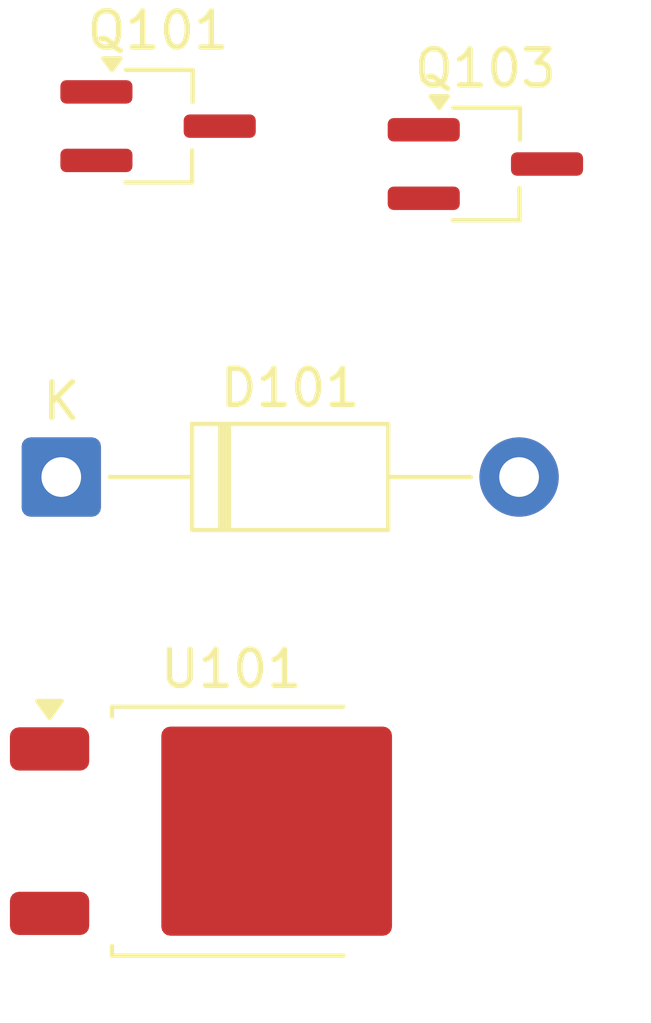
<source format=kicad_pcb>
(kicad_pcb (version 20241229) (generator "pcbnew") (generator_version "9.0")
  (layers (0 "F.Cu" signal) (2 "B.Cu" signal) (13 "F.Paste" user) (15 "B.Paste" user) (5 "F.SilkS" user "F.Silkscreen") (7 "B.SilkS" user "B.Silkscreen") (1 "F.Mask" user) (3 "B.Mask" user) (25 "Edge.Cuts" user))
  (net 0 "")
  (net 1 "GND")
  (net 2 "vpow")
  (net 3 "v1")
  (net 4 "Net-(D101-K)")
  (net 5 "v+5")
  (net 6 "Net-(Q101-B)")
  (net 7 "Net-(Q101-C)")
  (net 8 "Net-(Q103-D)")
  (footprint "my_footprint_Library:TO-252-2" (layer "F.Cu") (at 67.74 69.5)
    (property "Reference" "U101" (at 0 -4.5 0) (layer "F.SilkS"))
    (property "Value" "SL78M05")
    (fp_line (start -3.31 -3.45) (end -3.31 -3.18) (stroke (width 0.12)) (layer "F.SilkS"))
    (fp_line (start -3.31 3.45) (end -3.31 3.18) (stroke (width 0.12)) (layer "F.SilkS"))
    (fp_line (start 3.11 -3.45) (end -3.31 -3.45) (stroke (width 0.12)) (layer "F.SilkS"))
    (fp_line (start 3.11 3.45) (end -3.31 3.45) (stroke (width 0.12)) (layer "F.SilkS"))
    (fp_poly (pts (xy -5.04 -3.14) (xy -5.38 -3.61) (xy -4.7 -3.61)) (stroke (width 0.12)) (fill yes) (layer "F.SilkS"))
    (pad "1" smd roundrect (at -5.04 -2.28) (size 2.2 1.2) (layers "F.Cu" "F.Mask" "F.Paste") (roundrect_rratio 0.208333) (net 4 "Net-(D101-K)"))
    (pad "2" smd roundrect (at 1.26 0) (size 6.4 5.8) (layers "F.Cu" "F.Mask") (roundrect_rratio 0.043103) (net 1 "GND"))
    (pad "3" smd roundrect (at -5.04 2.28) (size 2.2 1.2) (layers "F.Cu" "F.Mask" "F.Paste") (roundrect_rratio 0.208333) (net 5 "v+5"))
  )
  (footprint "my_footprint_Library:TSOT-23_HandSoldering" (layer "F.Cu") (at 65.71 49.95)
    (property "Reference" "Q101" (at 0 -2.65 0) (layer "F.SilkS"))
    (property "Value" "MMBT3904")
    (fp_line (start 0.945 0.67) (end 0.945 1.56) (stroke (width 0.12)) (layer "F.SilkS"))
    (fp_line (start 0.945 1.56) (end -0.905 1.56) (stroke (width 0.12)) (layer "F.SilkS"))
    (fp_line (start 0.96 -1.56) (end -0.89 -1.56) (stroke (width 0.12)) (layer "F.SilkS"))
    (fp_line (start 0.96 -1.56) (end 0.96 -0.67) (stroke (width 0.12)) (layer "F.SilkS"))
    (fp_poly (pts (xy -1.28 -1.55) (xy -1.52 -1.88) (xy -1.04 -1.88) (xy -1.28 -1.55)) (stroke (width 0.12)) (fill yes) (layer "F.SilkS"))
    (pad "1" smd roundrect (at -1.71 -0.95) (size 2 0.65) (layers "F.Cu" "F.Mask" "F.Paste") (net 6 "Net-(Q101-B)"))
    (pad "2" smd roundrect (at -1.71 0.95) (size 2 0.65) (layers "F.Cu" "F.Mask" "F.Paste") (net 1 "GND"))
    (pad "3" smd roundrect (at 1.71 0) (size 2 0.65) (layers "F.Cu" "F.Mask" "F.Paste") (net 7 "Net-(Q101-C)"))
  )
  (footprint "my_footprint_Library:TSOT-23_HandSoldering" (layer "F.Cu") (at 74.79 51)
    (property "Reference" "Q103" (at 0 -2.65 0) (layer "F.SilkS"))
    (property "Value" "DMP4065SQ")
    (fp_line (start 0.945 0.67) (end 0.945 1.56) (stroke (width 0.12)) (layer "F.SilkS"))
    (fp_line (start 0.945 1.56) (end -0.905 1.56) (stroke (width 0.12)) (layer "F.SilkS"))
    (fp_line (start 0.96 -1.56) (end -0.89 -1.56) (stroke (width 0.12)) (layer "F.SilkS"))
    (fp_line (start 0.96 -1.56) (end 0.96 -0.67) (stroke (width 0.12)) (layer "F.SilkS"))
    (fp_poly (pts (xy -1.28 -1.55) (xy -1.52 -1.88) (xy -1.04 -1.88) (xy -1.28 -1.55)) (stroke (width 0.12)) (fill yes) (layer "F.SilkS"))
    (pad "1" smd roundrect (at -1.71 -0.95) (size 2 0.65) (layers "F.Cu" "F.Mask" "F.Paste") (net 8 "Net-(Q103-D)"))
    (pad "2" smd roundrect (at -1.71 0.95) (size 2 0.65) (layers "F.Cu" "F.Mask" "F.Paste") (net 2 "vpow"))
    (pad "3" smd roundrect (at 1.71 0) (size 2 0.65) (layers "F.Cu" "F.Mask" "F.Paste") (net 3 "v1"))
  )
  (footprint "my_footprint_Library:D_DO-41_SOD81_P12.70mm_Horizontal" (layer "F.Cu") (at 63.025 59.68)
    (property "Reference" "D101" (at 6.35 -2.47 0) (layer "F.SilkS"))
    (property "Value" "1N4007")
    (fp_line (start 1.34 0) (end 3.63 0) (stroke (width 0.12)) (layer "F.SilkS"))
    (fp_line (start 4.41 -1.47) (end 4.41 1.47) (stroke (width 0.12)) (layer "F.SilkS"))
    (fp_line (start 4.53 -1.47) (end 4.53 1.47) (stroke (width 0.12)) (layer "F.SilkS"))
    (fp_line (start 4.65 -1.47) (end 4.65 1.47) (stroke (width 0.12)) (layer "F.SilkS"))
    (fp_line (start 11.36 0) (end 9.07 0) (stroke (width 0.12)) (layer "F.SilkS"))
    (fp_rect (start 3.63 -1.47) (end 9.07 1.47) (stroke (width 0.12)) (fill no) (layer "F.SilkS"))
    (fp_text user "K" (at 0 -2.1 0) (layer "F.SilkS"))
    (pad "1" thru_hole roundrect (at 0 0) (size 2.2 2.2) (drill 1.1) (layers "*.Cu" "*.Mask") (roundrect_rratio 0.113636) (net 4 "Net-(D101-K)"))
    (pad "2" thru_hole circle (at 12.7 0) (size 2.2 2.2) (drill 1.1) (layers "*.Cu" "*.Mask") (net 2 "vpow"))
  )
)
</source>
